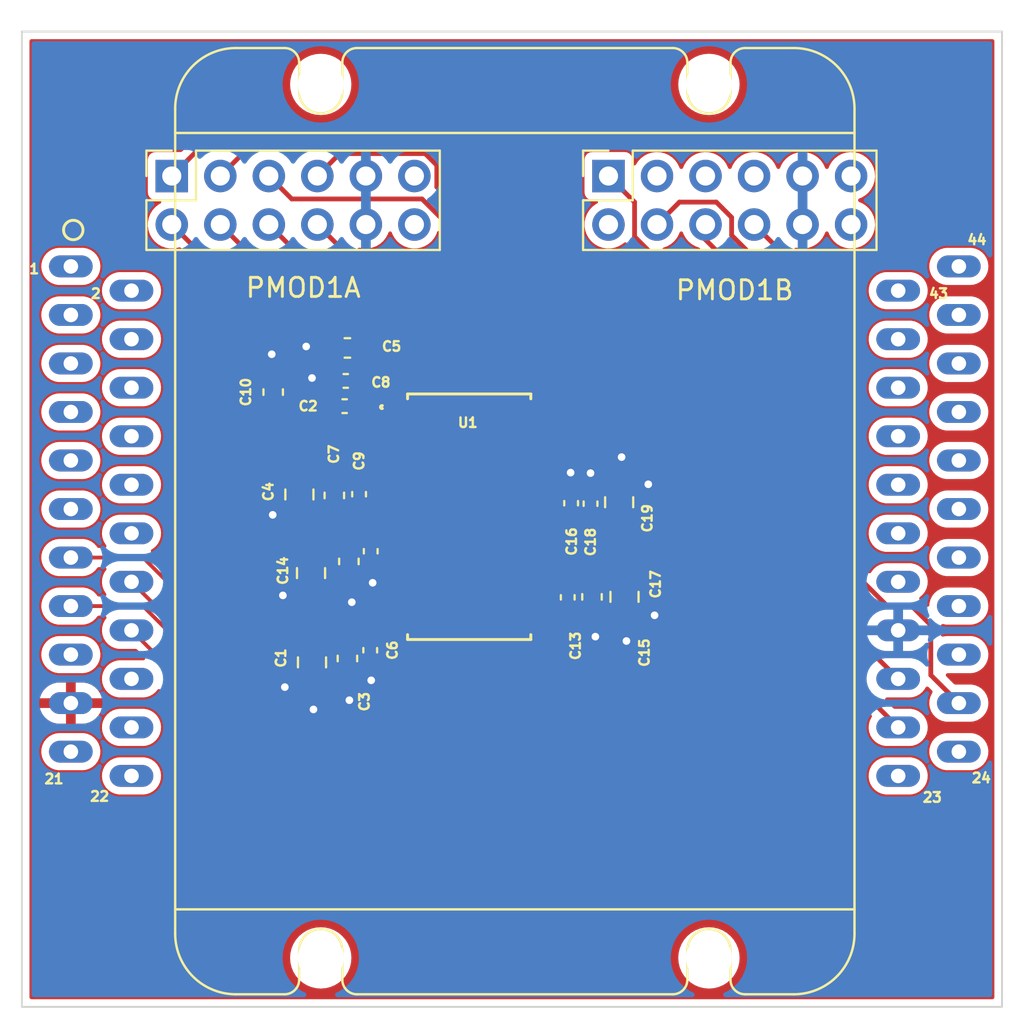
<source format=kicad_pcb>
(kicad_pcb (version 20210424) (generator pcbnew)
  (layers (0 "F.Cu" signal) (31 "B.Cu" signal) (34 "B.Paste" user) (35 "F.Paste" user) (36 "B.SilkS" user "B.Silkscreen") (37 "F.SilkS" user "F.Silkscreen") (38 "B.Mask" user) (39 "F.Mask" user) (44 "Edge.Cuts" user))
  (net 0 "")
  (net 1 "GND")
  (net 15 "+3V3")
  (net 17 "/LVDS2-")
  (net 18 "/LVDS2+")
  (net 19 "/LVDS1-")
  (net 20 "/LVDS1+")
  (net 21 "/LVDS0-")
  (net 22 "/LVDS0+")
  (net 23 "/LVDSCLK-")
  (net 24 "/LVDSCLK+")
  (net 25 "/SDIN")
  (net 26 "/SDCLK")
  (net 27 "/SDOUT")
  (net 28 "/TXIN0")
  (net 29 "/TXIN1")
  (net 30 "/TXIN2")
  (net 31 "/TXIN3")
  (net 32 "/TXIN4")
  (net 33 "/TXIN5")
  (net 34 "/TXIN6")
  (net 35 "/TXIN7")
  (net 36 "/TXCLK")
  (footprint "Capacitor_SMD:C_0402_1005Metric_Pad0.74x0.62mm_HandSolder" (layer "F.Cu") (at 163.068 93.4974 -90)
    (property "Value" "GRM155R71H102KA01J")
    (fp_text reference "C13" (at 2.54 -0.4064 90) (layer "F.SilkS") (effects (font (size 0.5 0.5))))
    (fp_text value "1n")
    (pad "1" smd roundrect locked (at -0.5675 0 270) (size 0.735 0.62) (layers "F.Cu" "F.Paste" "F.Mask") (net 15 "+3V3"))
    (pad "2" smd roundrect locked (at 0.5675 0 270) (size 0.735 0.62) (layers "F.Cu" "F.Paste" "F.Mask") (net 1 "GND"))
  )
  (footprint "Capacitor_SMD:C_0402_1005Metric_Pad0.74x0.62mm_HandSolder" (layer "F.Cu") (at 163.2458 88.5698 90)
    (property "Value" "GRM155R71H102KA01J")
    (fp_text reference "C16" (at -2.0066 0.0254 90) (layer "F.SilkS") (effects (font (size 0.5 0.5))))
    (fp_text value "1n")
    (pad "1" smd roundrect locked (at -0.5675 0 90) (size 0.735 0.62) (layers "F.Cu" "F.Paste" "F.Mask") (net 15 "+3V3"))
    (pad "2" smd roundrect locked (at 0.5675 0 90) (size 0.735 0.62) (layers "F.Cu" "F.Paste" "F.Mask") (net 1 "GND"))
  )
  (footprint "Capacitor_SMD:C_0805_2012Metric_Pad1.18x1.45mm_HandSolder" (layer "F.Cu") (at 149.6822 96.901 -90)
    (property "Value" "C0805C104Z5VACTU")
    (fp_text reference "C1" (at -0.2286 1.6256 90) (layer "F.SilkS") (effects (font (size 0.5 0.5))))
    (fp_text value "100n")
    (pad "1" smd roundrect (at -1.0375 0 270) (size 1.175 1.45) (layers "F.Cu" "F.Paste" "F.Mask") (roundrect_rratio 0.2127659574) (net 15 "+3V3"))
    (pad "2" smd roundrect (at 1.0375 0 270) (size 1.175 1.45) (layers "F.Cu" "F.Paste" "F.Mask") (roundrect_rratio 0.2127659574) (net 1 "GND"))
  )
  (footprint "Capacitor_SMD:C_0805_2012Metric_Pad1.18x1.45mm_HandSolder" (layer "F.Cu") (at 149.6314 92.2274 -90)
    (property "Value" "C0805C104Z5VACTU")
    (fp_text reference "C14" (at -0.127 1.4732 90) (layer "F.SilkS") (effects (font (size 0.5 0.5))))
    (fp_text value "100n")
    (pad "1" smd roundrect locked (at -1.0375 0 270) (size 1.175 1.45) (layers "F.Cu" "F.Paste" "F.Mask") (roundrect_rratio 0.2127659574) (net 15 "+3V3"))
    (pad "2" smd roundrect locked (at 1.0375 0 270) (size 1.175 1.45) (layers "F.Cu" "F.Paste" "F.Mask") (roundrect_rratio 0.2127659574) (net 1 "GND"))
  )
  (footprint "Capacitor_SMD:C_0603_1608Metric_Pad1.08x0.95mm_HandSolder" (layer "F.Cu") (at 151.5353 80.4418 180)
    (property "Value" "C0603C103M5RACTU")
    (fp_text reference "C5" (at -2.3125 0.0762) (layer "F.SilkS") (effects (font (size 0.5 0.5))))
    (fp_text value "10n")
    (pad "1" smd roundrect locked (at -0.8625 0 180) (size 1.075 0.95) (layers "F.Cu" "F.Paste" "F.Mask") (net 15 "+3V3"))
    (pad "2" smd roundrect locked (at 0.8625 0 180) (size 1.075 0.95) (layers "F.Cu" "F.Paste" "F.Mask") (net 1 "GND"))
  )
  (footprint "Capacitor_SMD:C_0805_2012Metric_Pad1.18x1.45mm_HandSolder" (layer "F.Cu") (at 149.0218 88.1126 -90)
    (property "Value" "C0805C104Z5VACTU")
    (fp_text reference "C4" (at -0.1524 1.6256 90) (layer "F.SilkS") (effects (font (size 0.5 0.5))))
    (fp_text value "100n")
    (pad "1" smd roundrect locked (at -1.0375 0 270) (size 1.175 1.45) (layers "F.Cu" "F.Paste" "F.Mask") (roundrect_rratio 0.2127659574) (net 15 "+3V3"))
    (pad "2" smd roundrect locked (at 1.0375 0 270) (size 1.175 1.45) (layers "F.Cu" "F.Paste" "F.Mask") (roundrect_rratio 0.2127659574) (net 1 "GND"))
  )
  (footprint "proj_footprints:PMOD" (layer "F.Cu") (at 171.8056 72.7456 90)
    (fp_text reference "J3" hide)
    (fp_text value "PMOD1B")
    (pad "1" thru_hole rect locked (at 1.302 -6.604 90) (size 1.7 1.7) (drill 1) (layers *.Cu *.Mask) (net 36 "/TXCLK"))
    (pad "2" thru_hole oval locked (at 1.302 -4.064 90) (size 1.7 1.7) (drill 1) (layers *.Cu *.Mask))
    (pad "3" thru_hole oval locked (at 1.302 -1.524 90) (size 1.7 1.7) (drill 1) (layers *.Cu *.Mask))
    (pad "4" thru_hole oval locked (at 1.302 1.016 90) (size 1.7 1.7) (drill 1) (layers *.Cu *.Mask))
    (pad "5" thru_hole oval locked (at 1.302 3.556 90) (size 1.7 1.7) (drill 1) (layers *.Cu *.Mask) (net 1 "GND"))
    (pad "6" thru_hole oval locked (at 1.302 6.096 90) (size 1.7 1.7) (drill 1) (layers *.Cu *.Mask))
    (pad "7" thru_hole oval locked (at -1.238 -6.604 90) (size 1.7 1.7) (drill 1) (layers *.Cu *.Mask))
    (pad "8" thru_hole oval locked (at -1.238 -4.064 90) (size 1.7 1.7) (drill 1) (layers *.Cu *.Mask) (net 27 "/SDOUT"))
    (pad "9" thru_hole oval locked (at -1.238 -1.524 90) (size 1.7 1.7) (drill 1) (layers *.Cu *.Mask) (net 25 "/SDIN"))
    (pad "10" thru_hole oval locked (at -1.238 1.016 90) (size 1.7 1.7) (drill 1) (layers *.Cu *.Mask) (net 26 "/SDCLK"))
    (pad "11" thru_hole oval locked (at -1.238 3.556 90) (size 1.7 1.7) (drill 1) (layers *.Cu *.Mask) (net 1 "GND"))
    (pad "12" thru_hole oval locked (at -1.238 6.096 90) (size 1.7 1.7) (drill 1) (layers *.Cu *.Mask))
  )
  (footprint "Capacitor_SMD:C_0402_1005Metric_Pad0.74x0.62mm_HandSolder" (layer "F.Cu") (at 164.2618 88.5952 90)
    (property "Value" "C0603C103M5RACTU")
    (fp_text reference "C18" (at -2.0066 0 90) (layer "F.SilkS") (effects (font (size 0.5 0.5))))
    (fp_text value "10n")
    (pad "1" smd roundrect locked (at -0.5675 0 90) (size 0.735 0.62) (layers "F.Cu" "F.Paste" "F.Mask") (net 15 "+3V3"))
    (pad "2" smd roundrect locked (at 0.5675 0 90) (size 0.735 0.62) (layers "F.Cu" "F.Paste" "F.Mask") (net 1 "GND"))
  )
  (footprint "proj_footprints:PMOD" (layer "F.Cu") (at 148.9456 72.7456 90)
    (fp_text reference "J2" hide)
    (fp_text value "PMOD1A")
    (pad "1" thru_hole rect locked (at 1.302 -6.604 90) (size 1.7 1.7) (drill 1) (layers *.Cu *.Mask) (net 28 "/TXIN0"))
    (pad "2" thru_hole oval locked (at 1.302 -4.064 90) (size 1.7 1.7) (drill 1) (layers *.Cu *.Mask) (net 29 "/TXIN1"))
    (pad "3" thru_hole oval locked (at 1.302 -1.524 90) (size 1.7 1.7) (drill 1) (layers *.Cu *.Mask) (net 30 "/TXIN2"))
    (pad "4" thru_hole oval locked (at 1.302 1.016 90) (size 1.7 1.7) (drill 1) (layers *.Cu *.Mask) (net 31 "/TXIN3"))
    (pad "5" thru_hole oval locked (at 1.302 3.556 90) (size 1.7 1.7) (drill 1) (layers *.Cu *.Mask) (net 1 "GND"))
    (pad "6" thru_hole oval locked (at 1.302 6.096 90) (size 1.7 1.7) (drill 1) (layers *.Cu *.Mask))
    (pad "7" thru_hole oval locked (at -1.238 -6.604 90) (size 1.7 1.7) (drill 1) (layers *.Cu *.Mask) (net 32 "/TXIN4"))
    (pad "8" thru_hole oval locked (at -1.238 -4.064 90) (size 1.7 1.7) (drill 1) (layers *.Cu *.Mask) (net 33 "/TXIN5"))
    (pad "9" thru_hole oval locked (at -1.238 -1.524 90) (size 1.7 1.7) (drill 1) (layers *.Cu *.Mask) (net 34 "/TXIN6"))
    (pad "10" thru_hole oval locked (at -1.238 1.016 90) (size 1.7 1.7) (drill 1) (layers *.Cu *.Mask) (net 35 "/TXIN7"))
    (pad "11" thru_hole oval locked (at -1.238 3.556 90) (size 1.7 1.7) (drill 1) (layers *.Cu *.Mask) (net 1 "GND"))
    (pad "12" thru_hole oval locked (at -1.238 6.096 90) (size 1.7 1.7) (drill 1) (layers *.Cu *.Mask))
  )
  (footprint "Capacitor_SMD:C_0603_1608Metric_Pad1.08x0.95mm_HandSolder" (layer "F.Cu") (at 164.338 93.472 -90)
    (property "Value" "C0603C103M5RACTU")
    (fp_text reference "C15" (at 2.921 -2.7432 90) (layer "F.SilkS") (effects (font (size 0.5 0.5))))
    (fp_text value "10n")
    (pad "1" smd roundrect locked (at -0.8625 0 270) (size 1.075 0.95) (layers "F.Cu" "F.Paste" "F.Mask") (net 15 "+3V3"))
    (pad "2" smd roundrect locked (at 0.8625 0 270) (size 1.075 0.95) (layers "F.Cu" "F.Paste" "F.Mask") (net 1 "GND"))
  )
  (footprint "Capacitor_SMD:C_0603_1608Metric_Pad1.08x0.95mm_HandSolder" (layer "F.Cu") (at 147.6502 82.7532 90)
    (property "Value" "GRM188R61A106KE69J")
    (fp_text reference "C10" (at 0 -1.43 90) (layer "F.SilkS") (effects (font (size 0.5 0.5))))
    (fp_text value "10u")
    (pad "1" smd roundrect (at -0.8625 0 90) (size 1.075 0.95) (layers "F.Cu" "F.Paste" "F.Mask") (net 15 "+3V3"))
    (pad "2" smd roundrect (at 0.8625 0 90) (size 1.075 0.95) (layers "F.Cu" "F.Paste" "F.Mask") (net 1 "GND"))
  )
  (footprint "Capacitor_SMD:C_0603_1608Metric_Pad1.08x0.95mm_HandSolder" (layer "F.Cu") (at 151.5364 96.6978 -90)
    (property "Value" "C0603C103M5RACTU")
    (fp_text reference "C3" (at 2.2606 -0.889 90) (layer "F.SilkS") (effects (font (size 0.5 0.5))))
    (fp_text value "10n")
    (pad "1" smd roundrect locked (at -0.8625 0 270) (size 1.075 0.95) (layers "F.Cu" "F.Paste" "F.Mask") (net 15 "+3V3"))
    (pad "2" smd roundrect locked (at 0.8625 0 270) (size 1.075 0.95) (layers "F.Cu" "F.Paste" "F.Mask") (net 1 "GND"))
  )
  (footprint "Capacitor_SMD:C_0603_1608Metric_Pad1.08x0.95mm_HandSolder" (layer "F.Cu") (at 150.8506 88.1634 -90)
    (property "Value" "C0603C103M5RACTU")
    (fp_text reference "C7" (at -2.159 0.0254 90) (layer "F.SilkS") (effects (font (size 0.5 0.5))))
    (fp_text value "10n")
    (pad "1" smd roundrect locked (at -0.8625 0 270) (size 1.075 0.95) (layers "F.Cu" "F.Paste" "F.Mask") (net 15 "+3V3"))
    (pad "2" smd roundrect locked (at 0.8625 0 270) (size 1.075 0.95) (layers "F.Cu" "F.Paste" "F.Mask") (net 1 "GND"))
  )
  (footprint "proj_footprints:pirt_test_conn" (layer "F.Cu") (at 160.2994 89.5096)
    (fp_text reference "J1" hide)
    (fp_text value "pirt_test_conn" hide)
    (fp_text user "1" (at -25.483818 -12.9032) (layer "F.SilkS") (effects (font (size 0.508 0.508) (thickness 0.127)) (justify left bottom)))
    (fp_text user "2" (at -22.258018 -11.612881) (layer "F.SilkS") (effects (font (size 0.508 0.508) (thickness 0.127)) (justify left bottom)))
    (fp_text user "44" (at 23.622 -14.4272) (layer "F.SilkS") (effects (font (size 0.508 0.508) (thickness 0.127)) (justify left bottom)))
    (fp_text user "21" (at -24.6888 13.7922) (layer "F.SilkS") (effects (font (size 0.508 0.508) (thickness 0.127)) (justify left bottom)))
    (fp_text user "22" (at -22.3012 14.7066) (layer "F.SilkS") (effects (font (size 0.508 0.508) (thickness 0.127)) (justify left bottom)))
    (fp_text user "43" (at 21.612859 -11.612881) (layer "F.SilkS") (effects (font (size 0.508 0.508) (thickness 0.127)) (justify left bottom)))
    (fp_text user "24" (at 23.8506 13.7414) (layer "F.SilkS") (effects (font (size 0.508 0.508) (thickness 0.127)) (justify left bottom)))
    (fp_text user "23" (at 21.2852 14.7574) (layer "F.SilkS") (effects (font (size 0.508 0.508) (thickness 0.127)) (justify left bottom)))
    (pad "" np_thru_hole circle (at 10.16 -22.86) (size 2.4 2.4) (drill 2.4) (layers *.Cu *.Mask))
    (pad "" np_thru_hole circle (at -10.16 -22.86) (size 2.4 2.4) (drill 2.4) (layers *.Cu *.Mask))
    (pad "" np_thru_hole circle (at -10.16 22.86) (size 2.4 2.4) (drill 2.4) (layers *.Cu *.Mask))
    (pad "" np_thru_hole circle (at 10.16 22.86) (size 2.4 2.4) (drill 2.4) (layers *.Cu *.Mask))
    (pad "1" thru_hole oval (at -23.241 -13.335) (size 2.286 1.143) (drill 0.762) (layers *.Cu *.Mask))
    (pad "2" thru_hole oval (at -20.066 -12.065) (size 2.286 1.143) (drill 0.762) (layers *.Cu *.Mask))
    (pad "3" thru_hole oval (at -23.241 -10.795) (size 2.286 1.143) (drill 0.762) (layers *.Cu *.Mask))
    (pad "4" thru_hole oval (at -20.066 -9.525) (size 2.286 1.143) (drill 0.762) (layers *.Cu *.Mask))
    (pad "5" thru_hole oval (at -23.241 -8.255) (size 2.286 1.143) (drill 0.762) (layers *.Cu *.Mask))
    (pad "6" thru_hole oval (at -20.066 -6.985) (size 2.286 1.143) (drill 0.762) (layers *.Cu *.Mask))
    (pad "7" thru_hole oval (at -23.241 -5.715) (size 2.286 1.143) (drill 0.762) (layers *.Cu *.Mask))
    (pad "8" thru_hole oval (at -20.066 -4.445) (size 2.286 1.143) (drill 0.762) (layers *.Cu *.Mask))
    (pad "9" thru_hole oval (at -23.241 -3.175) (size 2.286 1.143) (drill 0.762) (layers *.Cu *.Mask))
    (pad "10" thru_hole oval (at -20.066 -1.905) (size 2.286 1.143) (drill 0.762) (layers *.Cu *.Mask))
    (pad "11" thru_hole oval (at -23.241 -0.635) (size 2.286 1.143) (drill 0.762) (layers *.Cu *.Mask))
    (pad "12" thru_hole oval (at -20.066 0.635) (size 2.286 1.143) (drill 0.762) (layers *.Cu *.Mask))
    (pad "13" thru_hole oval (at -23.241 1.905) (size 2.286 1.143) (drill 0.762) (layers *.Cu *.Mask) (net 21 "/LVDS0-"))
    (pad "14" thru_hole oval (at -20.066 3.175) (size 2.286 1.143) (drill 0.762) (layers *.Cu *.Mask) (net 22 "/LVDS0+"))
    (pad "15" thru_hole oval (at -23.241 4.445) (size 2.286 1.143) (drill 0.762) (layers *.Cu *.Mask) (net 23 "/LVDSCLK-"))
    (pad "16" thru_hole oval (at -20.066 5.715) (size 2.286 1.143) (drill 0.762) (layers *.Cu *.Mask) (net 24 "/LVDSCLK+"))
    (pad "17" thru_hole oval (at -23.241 6.985) (size 2.286 1.143) (drill 0.762) (layers *.Cu *.Mask))
    (pad "18" thru_hole oval (at -20.066 8.255) (size 2.286 1.143) (drill 0.762) (layers *.Cu *.Mask))
    (pad "19" thru_hole oval (at -23.241 9.525) (size 2.286 1.143) (drill 0.762) (layers *.Cu *.Mask) (net 15 "+3V3"))
    (pad "20" thru_hole oval (at -20.066 10.795) (size 2.286 1.143) (drill 0.762) (layers *.Cu *.Mask))
    (pad "21" thru_hole oval (at -23.241 12.065) (size 2.286 1.143) (drill 0.762) (layers *.Cu *.Mask))
    (pad "22" thru_hole oval (at -20.066 13.335) (size 2.286 1.143) (drill 0.762) (layers *.Cu *.Mask))
    (pad "23" thru_hole oval (at 20.066 13.335) (size 2.286 1.143) (drill 0.762) (layers *.Cu *.Mask))
    (pad "24" thru_hole oval (at 23.241 12.065) (size 2.286 1.143) (drill 0.762) (layers *.Cu *.Mask))
    (pad "25" thru_hole oval (at 20.066 10.795) (size 2.286 1.143) (drill 0.762) (layers *.Cu *.Mask) (net 25 "/SDIN"))
    (pad "26" thru_hole oval (at 23.241 9.525) (size 2.286 1.143) (drill 0.762) (layers *.Cu *.Mask) (net 26 "/SDCLK"))
    (pad "27" thru_hole oval (at 20.066 8.255) (size 2.286 1.143) (drill 0.762) (layers *.Cu *.Mask) (net 27 "/SDOUT"))
    (pad "28" thru_hole oval (at 23.241 6.985) (size 2.286 1.143) (drill 0.762) (layers *.Cu *.Mask))
    (pad "29" thru_hole oval (at 20.066 5.715) (size 2.286 1.143) (drill 0.762) (layers *.Cu *.Mask) (net 1 "GND"))
    (pad "30" thru_hole oval (at 23.241 4.445) (size 2.286 1.143) (drill 0.762) (layers *.Cu *.Mask))
    (pad "31" thru_hole oval (at 20.066 3.175) (size 2.286 1.143) (drill 0.762) (layers *.Cu *.Mask))
    (pad "32" thru_hole oval (at 23.241 1.905) (size 2.286 1.143) (drill 0.762) (layers *.Cu *.Mask))
    (pad "33" thru_hole oval (at 20.066 0.635) (size 2.286 1.143) (drill 0.762) (layers *.Cu *.Mask))
    (pad "34" thru_hole oval (at 23.241 -0.635) (size 2.286 1.143) (drill 0.762) (layers *.Cu *.Mask))
    (pad "35" thru_hole oval (at 20.066 -1.905) (size 2.286 1.143) (drill 0.762) (layers *.Cu *.Mask))
    (pad "36" thru_hole oval (at 23.241 -3.175) (size 2.286 1.143) (drill 0.762) (layers *.Cu *.Mask))
    (pad "37" thru_hole oval (at 20.066 -4.445) (size 2.286 1.143) (drill 0.762) (layers *.Cu *.Mask))
    (pad "38" thru_hole oval (at 23.241 -5.715) (size 2.286 1.143) (drill 0.762) (layers *.Cu *.Mask))
    (pad "39" thru_hole oval (at 20.066 -6.985) (size 2.286 1.143) (drill 0.762) (layers *.Cu *.Mask))
    (pad "40" thru_hole oval (at 23.241 -8.255) (size 2.286 1.143) (drill 0.762) (layers *.Cu *.Mask))
    (pad "41" thru_hole oval (at 20.066 -9.525) (size 2.286 1.143) (drill 0.762) (layers *.Cu *.Mask))
    (pad "42" thru_hole oval (at 23.241 -10.795) (size 2.286 1.143) (drill 0.762) (layers *.Cu *.Mask))
    (pad "43" thru_hole oval (at 20.066 -12.065) (size 2.286 1.143) (drill 0.762) (layers *.Cu *.Mask))
    (pad "44" thru_hole oval (at 23.241 -13.335) (size 2.286 1.143) (drill 0.762) (layers *.Cu *.Mask))
    (zone (net 0) (net_name "") (layer "B.Cu") (connect_pads (clearance 0)) (min_thickness 0.254)
      (keepout (tracks not_allowed) (vias not_allowed) (pads not_allowed) (copperpour not_allowed) (footprints allowed))
      (fill (thermal_gap 0.508) (thermal_bridge_width 0.508))
      (polygon (pts (xy 172.4594 112.3696) (xy 172.429016 112.022304) (xy 172.338785 111.68556) (xy 172.191451 111.3696) (xy 171.991489 111.084025) (xy 171.744975 110.837511) (xy 171.4594 110.637549) (xy 171.14344 110.490215) (xy 170.806696 110.399984) (xy 170.4594 110.3696) (xy 170.112104 110.399984) (xy 169.77536 110.490215) (xy 169.4594 110.637549) (xy 169.173825 110.837511) (xy 168.927311 111.084025) (xy 168.727349 111.3696) (xy 168.580015 111.68556) (xy 168.489784 112.022304) (xy 168.4594 112.3696) (xy 168.489784 112.716896) (xy 168.580015 113.05364) (xy 168.727349 113.3696) (xy 168.927311 113.655175) (xy 169.173825 113.901689) (xy 169.4594 114.101651) (xy 169.77536 114.248985) (xy 170.112104 114.339216) (xy 170.4594 114.3696) (xy 170.806696 114.339216) (xy 171.14344 114.248985) (xy 171.4594 114.101651) (xy 171.744975 113.901689) (xy 171.991489 113.655175) (xy 172.191451 113.3696) (xy 172.338785 113.05364) (xy 172.429016 112.716896)))
    )
    (zone (net 0) (net_name "") (layer "B.Cu") (connect_pads (clearance 0)) (min_thickness 0.254)
      (keepout (tracks not_allowed) (vias not_allowed) (pads not_allowed) (copperpour not_allowed) (footprints allowed))
      (fill (thermal_gap 0.508) (thermal_bridge_width 0.508))
      (polygon (pts (xy 152.1394 112.3696) (xy 152.109016 112.022304) (xy 152.018785 111.68556) (xy 151.871451 111.3696) (xy 151.671489 111.084025) (xy 151.424975 110.837511) (xy 151.1394 110.637549) (xy 150.82344 110.490215) (xy 150.486696 110.399984) (xy 150.1394 110.3696) (xy 149.792104 110.399984) (xy 149.45536 110.490215) (xy 149.1394 110.637549) (xy 148.853825 110.837511) (xy 148.607311 111.084025) (xy 148.407349 111.3696) (xy 148.260015 111.68556) (xy 148.169784 112.022304) (xy 148.1394 112.3696) (xy 148.169784 112.716896) (xy 148.260015 113.05364) (xy 148.407349 113.3696) (xy 148.607311 113.655175) (xy 148.853825 113.901689) (xy 149.1394 114.101651) (xy 149.45536 114.248985) (xy 149.792104 114.339216) (xy 150.1394 114.3696) (xy 150.486696 114.339216) (xy 150.82344 114.248985) (xy 151.1394 114.101651) (xy 151.424975 113.901689) (xy 151.671489 113.655175) (xy 151.871451 113.3696) (xy 152.018785 113.05364) (xy 152.109016 112.716896)))
    )
    (zone (net 0) (net_name "") (layer "B.Cu") (connect_pads (clearance 0)) (min_thickness 0.254)
      (keepout (tracks not_allowed) (vias not_allowed) (pads not_allowed) (copperpour not_allowed) (footprints allowed))
      (fill (thermal_gap 0.508) (thermal_bridge_width 0.508))
      (polygon (pts (xy 172.4594 66.6496) (xy 172.429016 66.302304) (xy 172.338785 65.96556) (xy 172.191451 65.6496) (xy 171.991489 65.364025) (xy 171.744975 65.117511) (xy 171.4594 64.917549) (xy 171.14344 64.770215) (xy 170.806696 64.679984) (xy 170.4594 64.6496) (xy 170.112104 64.679984) (xy 169.77536 64.770215) (xy 169.4594 64.917549) (xy 169.173825 65.117511) (xy 168.927311 65.364025) (xy 168.727349 65.6496) (xy 168.580015 65.96556) (xy 168.489784 66.302304) (xy 168.4594 66.6496) (xy 168.489784 66.996896) (xy 168.580015 67.33364) (xy 168.727349 67.6496) (xy 168.927311 67.935175) (xy 169.173825 68.181689) (xy 169.4594 68.381651) (xy 169.77536 68.528985) (xy 170.112104 68.619216) (xy 170.4594 68.6496) (xy 170.806696 68.619216) (xy 171.14344 68.528985) (xy 171.4594 68.381651) (xy 171.744975 68.181689) (xy 171.991489 67.935175) (xy 172.191451 67.6496) (xy 172.338785 67.33364) (xy 172.429016 66.996896)))
    )
    (zone (net 0) (net_name "") (layer "B.Cu") (connect_pads (clearance 0)) (min_thickness 0.254)
      (keepout (tracks not_allowed) (vias not_allowed) (pads not_allowed) (copperpour not_allowed) (footprints allowed))
      (fill (thermal_gap 0.508) (thermal_bridge_width 0.508))
      (polygon (pts (xy 152.1394 66.6496) (xy 152.109016 66.302304) (xy 152.018785 65.96556) (xy 151.871451 65.6496) (xy 151.671489 65.364025) (xy 151.424975 65.117511) (xy 151.1394 64.917549) (xy 150.82344 64.770215) (xy 150.486696 64.679984) (xy 150.1394 64.6496) (xy 149.792104 64.679984) (xy 149.45536 64.770215) (xy 149.1394 64.917549) (xy 148.853825 65.117511) (xy 148.607311 65.364025) (xy 148.407349 65.6496) (xy 148.260015 65.96556) (xy 148.169784 66.302304) (xy 148.1394 66.6496) (xy 148.169784 66.996896) (xy 148.260015 67.33364) (xy 148.407349 67.6496) (xy 148.607311 67.935175) (xy 148.853825 68.181689) (xy 149.1394 68.381651) (xy 149.45536 68.528985) (xy 149.792104 68.619216) (xy 150.1394 68.6496) (xy 150.486696 68.619216) (xy 150.82344 68.528985) (xy 151.1394 68.381651) (xy 151.424975 68.181689) (xy 151.671489 67.935175) (xy 151.871451 67.6496) (xy 152.018785 67.33364) (xy 152.109016 66.996896)))
    )
  )
  (footprint "Capacitor_SMD:C_0402_1005Metric_Pad0.74x0.62mm_HandSolder" (layer "F.Cu") (at 151.3912 83.4898 180)
    (property "Value" "C0805C104Z5VACTU")
    (fp_text reference "C2" (at 1.9122 0) (layer "F.SilkS") (effects (font (size 0.5 0.5))))
    (fp_text value "100n")
    (pad "1" smd roundrect (at -0.5675 0 180) (size 0.735 0.62) (layers "F.Cu" "F.Paste" "F.Mask") (net 15 "+3V3"))
    (pad "2" smd roundrect (at 0.5675 0 180) (size 0.735 0.62) (layers "F.Cu" "F.Paste" "F.Mask") (net 1 "GND"))
  )
  (footprint "proj_footprints:MTD48" (layer "F.Cu") (at 157.859313 89.456328)
    (fp_text reference "U1" (at -0.023713 -5.102928 unlocked) (layer "F.SilkS") (effects (font (size 0.5 0.5))))
    (fp_text value "DS90CR217MTD_NOPBMTD48_TEX-L")
    (pad "1" smd rect (at -3.5687 -5.9278) (size 1.1684 0.1778) (layers "F.Cu" "F.Paste" "F.Mask") (net 32 "/TXIN4"))
    (pad "2" smd rect (at -3.5687 -5.4278) (size 1.1684 0.1778) (layers "F.Cu" "F.Paste" "F.Mask") (net 15 "+3V3"))
    (pad "3" smd rect (at -3.5687 -4.9278) (size 1.1684 0.1778) (layers "F.Cu" "F.Paste" "F.Mask") (net 33 "/TXIN5"))
    (pad "4" smd rect (at -3.5687 -4.4278) (size 1.1684 0.1778) (layers "F.Cu" "F.Paste" "F.Mask") (net 34 "/TXIN6"))
    (pad "5" smd rect (at -3.5687 -3.9278) (size 1.1684 0.1778) (layers "F.Cu" "F.Paste" "F.Mask"))
    (pad "6" smd rect (at -3.5687 -3.4278) (size 1.1684 0.1778) (layers "F.Cu" "F.Paste" "F.Mask") (net 35 "/TXIN7"))
    (pad "7" smd rect (at -3.5687 -2.9278) (size 1.1684 0.1778) (layers "F.Cu" "F.Paste" "F.Mask"))
    (pad "8" smd rect (at -3.5687 -2.4278) (size 1.1684 0.1778) (layers "F.Cu" "F.Paste" "F.Mask") (net 15 "+3V3"))
    (pad "9" smd rect (at -3.5687 -1.9278) (size 1.1684 0.1778) (layers "F.Cu" "F.Paste" "F.Mask"))
    (pad "10" smd rect (at -3.5687 -1.4278) (size 1.1684 0.1778) (layers "F.Cu" "F.Paste" "F.Mask"))
    (pad "11" smd rect (at -3.5687 -0.9278) (size 1.1684 0.1778) (layers "F.Cu" "F.Paste" "F.Mask") (net 1 "GND"))
    (pad "12" smd rect (at -3.5687 -0.4278) (size 1.1684 0.1778) (layers "F.Cu" "F.Paste" "F.Mask"))
    (pad "13" smd rect (at -3.5687 0.0722) (size 1.1684 0.1778) (layers "F.Cu" "F.Paste" "F.Mask"))
    (pad "14" smd rect (at -3.5687 0.5722) (size 1.1684 0.1778) (layers "F.Cu" "F.Paste" "F.Mask") (net 15 "+3V3"))
    (pad "15" smd rect (at -3.5687 1.0722) (size 1.1684 0.1778) (layers "F.Cu" "F.Paste" "F.Mask"))
    (pad "16" smd rect (at -3.5687 1.5722) (size 1.1684 0.1778) (layers "F.Cu" "F.Paste" "F.Mask"))
    (pad "17" smd rect (at -3.5687 2.0722) (size 1.1684 0.1778) (layers "F.Cu" "F.Paste" "F.Mask"))
    (pad "18" smd rect (at -3.5687 2.5722) (size 1.1684 0.1778) (layers "F.Cu" "F.Paste" "F.Mask"))
    (pad "19" smd rect (at -3.5687 3.0722) (size 1.1684 0.1778) (layers "F.Cu" "F.Paste" "F.Mask"))
    (pad "20" smd rect (at -3.5687 3.5722) (size 1.1684 0.1778) (layers "F.Cu" "F.Paste" "F.Mask"))
    (pad "21" smd rect (at -3.5687 4.0722) (size 1.1684 0.1778) (layers "F.Cu" "F.Paste" "F.Mask") (net 15 "+3V3"))
    (pad "22" smd rect (at -3.5687 4.5722) (size 1.1684 0.1778) (layers "F.Cu" "F.Paste" "F.Mask"))
    (pad "23" smd rect (at -3.5687 5.0722) (size 1.1684 0.1778) (layers "F.Cu" "F.Paste" "F.Mask"))
    (pad "24" smd rect (at -3.5687 5.5722) (size 1.1684 0.1778) (layers "F.Cu" "F.Paste" "F.Mask"))
    (pad "25" smd rect (at 3.6703 5.5722 180) (size 1.1684 0.1778) (layers "F.Cu" "F.Paste" "F.Mask"))
    (pad "26" smd rect (at 3.6703 5.0722 180) (size 1.1684 0.1778) (layers "F.Cu" "F.Paste" "F.Mask") (net 36 "/TXCLK"))
    (pad "27" smd rect (at 3.6703 4.5722 180) (size 1.1684 0.1778) (layers "F.Cu" "F.Paste" "F.Mask"))
    (pad "28" smd rect (at 3.6703 4.0722 180) (size 1.1684 0.1778) (layers "F.Cu" "F.Paste" "F.Mask"))
    (pad "29" smd rect (at 3.6703 3.5722 180) (size 1.1684 0.1778) (layers "F.Cu" "F.Paste" "F.Mask"))
    (pad "30" smd rect (at 3.6703 3.0722 180) (size 1.1684 0.1778) (layers "F.Cu" "F.Paste" "F.Mask") (net 15 "+3V3"))
    (pad "31" smd rect (at 3.6703 2.5722 180) (size 1.1684 0.1778) (layers "F.Cu" "F.Paste" "F.Mask"))
    (pad "32" smd rect (at 3.6703 2.0722 180) (size 1.1684 0.1778) (layers "F.Cu" "F.Paste" "F.Mask") (net 24 "/LVDSCLK+"))
    (pad "33" smd rect (at 3.6703 1.5722 180) (size 1.1684 0.1778) (layers "F.Cu" "F.Paste" "F.Mask") (net 23 "/LVDSCLK-"))
    (pad "34" smd rect (at 3.6703 1.0722 180) (size 1.1684 0.1778) (layers "F.Cu" "F.Paste" "F.Mask") (net 18 "/LVDS2+"))
    (pad "35" smd rect (at 3.6703 0.5722 180) (size 1.1684 0.1778) (layers "F.Cu" "F.Paste" "F.Mask") (net 17 "/LVDS2-"))
    (pad "36" smd rect (at 3.6703 0.0722 180) (size 1.1684 0.1778) (layers "F.Cu" "F.Paste" "F.Mask"))
    (pad "37" smd rect (at 3.6703 -0.4278 180) (size 1.1684 0.1778) (layers "F.Cu" "F.Paste" "F.Mask") (net 15 "+3V3"))
    (pad "38" smd rect (at 3.6703 -0.9278 180) (size 1.1684 0.1778) (layers "F.Cu" "F.Paste" "F.Mask") (net 20 "/LVDS1+"))
    (pad "39" smd rect (at 3.6703 -1.4278 180) (size 1.1684 0.1778) (layers "F.Cu" "F.Paste" "F.Mask") (net 19 "/LVDS1-"))
    (pad "40" smd rect (at 3.6703 -1.9278 180) (size 1.1684 0.1778) (layers "F.Cu" "F.Paste" "F.Mask") (net 22 "/LVDS0+"))
    (pad "41" smd rect (at 3.6703 -2.4278 180) (size 1.1684 0.1778) (layers "F.Cu" "F.Paste" "F.Mask") (net 21 "/LVDS0-"))
    (pad "42" smd rect (at 3.6703 -2.9278 180) (size 1.1684 0.1778) (layers "F.Cu" "F.Paste" "F.Mask"))
    (pad "43" smd rect (at 3.6703 -3.4278 180) (size 1.1684 0.1778) (layers "F.Cu" "F.Paste" "F.Mask"))
    (pad "44" smd rect (at 3.6703 -3.9278 180) (size 1.1684 0.1778) (layers "F.Cu" "F.Paste" "F.Mask") (net 28 "/TXIN0"))
    (pad "45" smd rect (at 3.6703 -4.4278 180) (size 1.1684 0.1778) (layers "F.Cu" "F.Paste" "F.Mask") (net 29 "/TXIN1"))
    (pad "46" smd rect (at 3.6703 -4.9278 180) (size 1.1684 0.1778) (layers "F.Cu" "F.Paste" "F.Mask"))
    (pad "47" smd rect (at 3.6703 -5.4278 180) (size 1.1684 0.1778) (layers "F.Cu" "F.Paste" "F.Mask") (net 30 "/TXIN2"))
    (pad "48" smd rect (at 3.6703 -5.9278 180) (size 1.1684 0.1778) (layers "F.Cu" "F.Paste" "F.Mask") (net 31 "/TXIN3"))
  )
  (footprint "Capacitor_SMD:C_0805_2012Metric_Pad1.18x1.45mm_HandSolder" (layer "F.Cu") (at 166.0398 93.472 -90)
    (property "Value" "C0805C104Z5VACTU")
    (fp_text reference "C17" (at -0.6604 -1.6256 90) (layer "F.SilkS") (effects (font (size 0.5 0.5))))
    (fp_text value "100n")
    (pad "1" smd roundrect (at -1.0375 0 270) (size 1.175 1.45) (layers "F.Cu" "F.Paste" "F.Mask") (roundrect_rratio 0.2127659574) (net 15 "+3V3"))
    (pad "2" smd roundrect (at 1.0375 0 270) (size 1.175 1.45) (layers "F.Cu" "F.Paste" "F.Mask") (roundrect_rratio 0.2127659574) (net 1 "GND"))
  )
  (footprint "Capacitor_SMD:C_0402_1005Metric_Pad0.74x0.62mm_HandSolder" (layer "F.Cu") (at 151.449 82.169 180)
    (property "Value" "GRM155R71H102KA01J")
    (fp_text reference "C8" (at -1.84 -0.0762) (layer "F.SilkS") (effects (font (size 0.5 0.5))))
    (fp_text value "1n")
    (pad "1" smd roundrect (at -0.5675 0 180) (size 0.735 0.62) (layers "F.Cu" "F.Paste" "F.Mask") (net 15 "+3V3"))
    (pad "2" smd roundrect (at 0.5675 0 180) (size 0.735 0.62) (layers "F.Cu" "F.Paste" "F.Mask") (net 1 "GND"))
  )
  (footprint "Capacitor_SMD:C_0402_1005Metric_Pad0.74x0.62mm_HandSolder" (layer "F.Cu") (at 152.7556 91.0844 -90)
    (property "Value" "GRM155R71H102KA01J")
    (fp_text reference "C11" hide)
    (fp_text value "1n")
    (pad "1" smd roundrect (at -0.5675 0 270) (size 0.735 0.62) (layers "F.Cu" "F.Paste" "F.Mask") (net 15 "+3V3"))
    (pad "2" smd roundrect (at 0.5675 0 270) (size 0.735 0.62) (layers "F.Cu" "F.Paste" "F.Mask") (net 1 "GND"))
  )
  (footprint "Capacitor_SMD:C_0402_1005Metric_Pad0.74x0.62mm_HandSolder" (layer "F.Cu") (at 152.146 88.0984 -90)
    (property "Value" "GRM155R71H102KA01J")
    (fp_text reference "C9" (at -1.7384 0 90) (layer "F.SilkS") (effects (font (size 0.5 0.5))))
    (fp_text value "1n")
    (pad "1" smd roundrect (at -0.5675 0 270) (size 0.735 0.62) (layers "F.Cu" "F.Paste" "F.Mask") (net 15 "+3V3"))
    (pad "2" smd roundrect (at 0.5675 0 270) (size 0.735 0.62) (layers "F.Cu" "F.Paste" "F.Mask") (net 1 "GND"))
  )
  (footprint "Capacitor_SMD:C_0402_1005Metric_Pad0.74x0.62mm_HandSolder" (layer "F.Cu") (at 152.7302 96.266 -90)
    (property "Value" "GRM155R71H102KA01J")
    (fp_text reference "C6" (at 0 -1.16 90) (layer "F.SilkS") (effects (font (size 0.5 0.5))))
    (fp_text value "1n")
    (pad "1" smd roundrect locked (at -0.5675 0 270) (size 0.735 0.62) (layers "F.Cu" "F.Paste" "F.Mask") (net 15 "+3V3"))
    (pad "2" smd roundrect locked (at 0.5675 0 270) (size 0.735 0.62) (layers "F.Cu" "F.Paste" "F.Mask") (net 1 "GND"))
  )
  (footprint "Capacitor_SMD:C_0603_1608Metric_Pad1.08x0.95mm_HandSolder" (layer "F.Cu") (at 151.6126 91.6178 -90)
    (property "Value" "C0603C103M5RACTU")
    (fp_text reference "C12" hide)
    (fp_text value "10n")
    (pad "1" smd roundrect (at -0.8625 0 270) (size 1.075 0.95) (layers "F.Cu" "F.Paste" "F.Mask") (net 15 "+3V3"))
    (pad "2" smd roundrect (at 0.8625 0 270) (size 1.075 0.95) (layers "F.Cu" "F.Paste" "F.Mask") (net 1 "GND"))
  )
  (footprint "Capacitor_SMD:C_0805_2012Metric_Pad1.18x1.45mm_HandSolder" (layer "F.Cu") (at 165.7604 88.519 90)
    (property "Value" "C0805C104Z5VACTU")
    (fp_text reference "C19" (at -0.8382 1.4732 90) (layer "F.SilkS") (effects (font (size 0.5 0.5))))
    (fp_text value "100n")
    (pad "1" smd roundrect locked (at -1.0375 0 90) (size 1.175 1.45) (layers "F.Cu" "F.Paste" "F.Mask") (roundrect_rratio 0.2127659574) (net 15 "+3V3"))
    (pad "2" smd roundrect locked (at 1.0375 0 90) (size 1.175 1.45) (layers "F.Cu" "F.Paste" "F.Mask") (roundrect_rratio 0.2127659574) (net 1 "GND"))
  )
  (gr_rect (start 134.493 63.881) (end 185.801 114.935) (layer "Edge.Cuts") (width 0.1) (fill none))
  (gr_text "PMOD1B" (at 171.8056 77.4192) (layer "F.SilkS") (effects (font (size 1 1))))
  (gr_text "PMOD1A" (at 149.225 77.2922) (layer "F.SilkS") (effects (font (size 1 1))))
  (segment (start 152.781 97.8408) (end 152.781 96.8843) (width 0.25) (layer "F.Cu") (net 1))
  (segment (start 151.786 89.0259) (end 152.146 88.6659) (width 0.25) (layer "F.Cu") (net 1))
  (segment (start 152.146 88.6659) (end 152.283372 88.528528) (width 0.25) (layer "F.Cu") (net 1))
  (segment (start 149.6822 82.0166) (end 150.7291 82.0166) (width 0.25) (layer "F.Cu") (net 1))
  (segment (start 150.7291 82.0166) (end 150.8815 82.169) (width 0.25) (layer "F.Cu") (net 1))
  (segment (start 163.2458 86.995) (end 163.2204 86.9696) (width 0.25) (layer "F.Cu") (net 1))
  (segment (start 164.5158 94.5123) (end 164.338 94.3345) (width 0.25) (layer "F.Cu") (net 1))
  (segment (start 149.4243 98.1964) (end 149.6822 97.9385) (width 0.25) (layer "F.Cu") (net 1))
  (segment (start 152.7556 91.6519) (end 152.441 91.6519) (width 0.25) (layer "F.Cu") (net 1))
  (segment (start 148.2598 98.1964) (end 149.4243 98.1964) (width 0.25) (layer "F.Cu") (net 1))
  (segment (start 152.8572 91.7535) (end 152.7556 91.6519) (width 0.25) (layer "F.Cu") (net 1))
  (segment (start 151.8169 97.8408) (end 151.5364 97.5603) (width 0.25) (layer "F.Cu") (net 1))
  (segment (start 167.5423 94.5095) (end 167.6146 94.4372) (width 0.25) (layer "F.Cu") (net 1))
  (segment (start 149.0218 89.1501) (end 150.7264 89.1501) (width 0.25) (layer "F.Cu") (net 1))
  (segment (start 165.8648 94.3345) (end 166.0398 94.5095) (width 0.25) (layer "F.Cu") (net 1))
  (segment (start 151.6126 92.4803) (end 150.416 92.4803) (width 0.25) (layer "F.Cu") (net 1))
  (segment (start 150.8237 82.2268) (end 150.8815 82.169) (width 0.25) (layer "F.Cu") (net 1))
  (segment (start 151.5364 97.5603) (end 150.0604 97.5603) (width 0.25) (layer "F.Cu") (net 1))
  (segment (start 163.2458 88.0023) (end 163.2458 86.995) (width 0.25) (layer "F.Cu") (net 1))
  (segment (start 166.0398 94.5095) (end 167.5423 94.5095) (width 0.25) (layer "F.Cu") (net 1))
  (segment (start 164.0684 94.0649) (end 164.338 94.3345) (width 0.25) (layer "F.Cu") (net 1))
  (segment (start 152.441 91.6519) (end 151.6126 92.4803) (width 0.25) (layer "F.Cu") (net 1))
  (segment (start 164.338 94.3345) (end 165.8648 94.3345) (width 0.25) (layer "F.Cu") (net 1))
  (segment (start 151.638 97.6619) (end 151.5364 97.5603) (width 0.25) (layer "F.Cu") (net 1))
  (segment (start 166.1414 95.7834) (end 166.1414 94.6111) (width 0.25) (layer "F.Cu") (net 1))
  (segment (start 149.7584 99.3648) (end 149.7584 98.0147) (width 0.25) (layer "F.Cu") (net 1))
  (segment (start 152.283372 88.528528) (end 154.290613 88.528528) (width 0.25) (layer "F.Cu") (net 1))
  (segment (start 167.2844 87.5792) (end 165.8581 87.5792) (width 0.25) (layer "F.Cu") (net 1))
  (segment (start 164.5158 95.5548) (end 164.5158 94.5123) (width 0.25) (layer "F.Cu") (net 1))
  (segment (start 150.8815 80.6505) (end 150.6728 80.4418) (width 0.25) (layer "F.Cu") (net 1))
  (segment (start 147.574 80.772) (end 147.574 81.8145) (width 0.25) (layer "F.Cu") (net 1))
  (segment (start 151.638 98.8822) (end 151.638 97.6619) (width 0.25) (layer "F.Cu") (net 1))
  (segment (start 166.1414 94.6111) (end 166.0398 94.5095) (width 0.25) (layer "F.Cu") (net 1))
  (segment (start 150.8815 82.169) (end 150.8815 80.6505) (width 0.25) (layer "F.Cu") (net 1))
  (segment (start 149.45242 80.4418) (end 149.3774 80.36678) (width 0.25) (layer "F.Cu") (net 1))
  (segment (start 148.9925 89.1794) (end 149.0218 89.1501) (width 0.25) (layer "F.Cu") (net 1))
  (segment (start 165.8581 87.5792) (end 165.7604 87.4815) (width 0.25) (layer "F.Cu") (net 1))
  (segment (start 147.574 81.8145) (end 147.6502 81.8907) (width 0.25) (layer "F.Cu") (net 1))
  (segment (start 150.7264 89.1501) (end 150.8506 89.0259) (width 0.25) (layer "F.Cu") (net 1))
  (segment (start 151.765 92.6327) (end 151.6126 92.4803) (width 0.25) (layer "F.Cu") (net 1))
  (segment (start 147.6248 89.1794) (end 148.9925 89.1794) (width 0.25) (layer "F.Cu") (net 1))
  (segment (start 148.1582 93.3958) (end 149.5005 93.3958) (width 0.25) (layer "F.Cu") (net 1))
  (segment (start 152.781 96.8843) (end 152.7302 96.8335) (width 0.25) (layer "F.Cu") (net 1))
  (segment (start 152.8572 92.7354) (end 152.8572 91.7535) (width 0.25) (layer "F.Cu") (net 1))
  (segment (start 165.7604 86.2838) (end 165.8874 86.1568) (width 0.25) (layer "F.Cu") (net 1))
  (segment (start 150.6728 80.4418) (end 149.45242 80.4418) (width 0.25) (layer "F.Cu") (net 1))
  (segment (start 149.7584 98.0147) (end 149.6822 97.9385) (width 0.25) (layer "F.Cu") (net 1))
  (segment (start 151.765 93.7514) (end 151.765 92.6327) (width 0.25) (layer "F.Cu") (net 1))
  (segment (start 150.0604 97.5603) (end 149.6822 97.9385) (width 0.25) (layer "F.Cu") (net 1))
  (segment (start 164.2618 88.0277) (end 164.2618 86.995) (width 0.25) (layer "F.Cu") (net 1))
  (segment (start 150.8506 89.0259) (end 151.786 89.0259) (width 0.25) (layer "F.Cu") (net 1))
  (segment (start 149.5005 93.3958) (end 149.6314 93.2649) (width 0.25) (layer "F.Cu") (net 1))
  (segment (start 150.8237 83.4898) (end 150.8237 82.2268) (width 0.25) (layer "F.Cu") (net 1))
  (segment (start 152.781 97.8408) (end 151.8169 97.8408) (width 0.25) (layer "F.Cu") (net 1))
  (segment (start 165.7604 87.4815) (end 165.7604 86.2838) (width 0.25) (layer "F.Cu") (net 1))
  (segment (start 163.068 94.0649) (end 164.0684 94.0649) (width 0.25) (layer "F.Cu") (net 1))
  (segment (start 150.416 92.4803) (end 149.6314 93.2649) (width 0.25) (layer "F.Cu") (net 1))
  (via (at 163.2204 86.9696) (size 0.8) (drill 0.4) (layers "F.Cu" "B.Cu") (net 1))
  (via (at 152.8572 92.7354) (size 0.8) (drill 0.4) (layers "F.Cu" "B.Cu") (net 1))
  (via (at 164.5158 95.5548) (size 0.8) (drill 0.4) (layers "F.Cu" "B.Cu") (net 1))
  (via (at 149.6822 82.0166) (size 0.8) (drill 0.4) (layers "F.Cu" "B.Cu") (net 1))
  (via (at 147.574 80.772) (size 0.8) (drill 0.4) (layers "F.Cu" "B.Cu") (net 1))
  (via (at 152.781 97.8408) (size 0.8) (drill 0.4) (layers "F.Cu" "B.Cu") (net 1))
  (via (at 148.2598 98.1964) (size 0.8) (drill 0.4) (layers "F.Cu" "B.Cu") (net 1))
  (via (at 166.1414 95.7834) (size 0.8) (drill 0.4) (layers "F.Cu" "B.Cu") (net 1))
  (via (at 148.1582 93.3958) (size 0.8) (drill 0.4) (layers "F.Cu" "B.Cu") (net 1))
  (via (at 167.6146 94.4372) (size 0.8) (drill 0.4) (layers "F.Cu" "B.Cu") (net 1))
  (via (at 149.3774 80.36678) (size 0.8) (drill 0.4) (layers "F.Cu" "B.Cu") (net 1))
  (via (at 151.638 98.8822) (size 0.8) (drill 0.4) (layers "F.Cu" "B.Cu") (net 1))
  (via (at 149.7584 99.3648) (size 0.8) (drill 0.4) (layers "F.Cu" "B.Cu") (net 1))
  (via (at 165.8874 86.1568) (size 0.8) (drill 0.4) (layers "F.Cu" "B.Cu") (net 1))
  (via (at 147.6248 89.1794) (size 0.8) (drill 0.4) (layers "F.Cu" "B.Cu") (net 1))
  (via (at 164.2618 86.995) (size 0.8) (drill 0.4) (layers "F.Cu" "B.Cu") (net 1))
  (via (at 167.2844 87.5792) (size 0.8) (drill 0.4) (layers "F.Cu" "B.Cu") (net 1))
  (via (at 151.765 93.7514) (size 0.8) (drill 0.4) (layers "F.Cu" "B.Cu") (net 1))
  (segment (start 162.666628 92.528528) (end 163.068 92.9299) (width 0.25) (layer "F.Cu") (net 15))
  (segment (start 164.2618 89.1627) (end 165.3666 89.1627) (width 0.25) (layer "F.Cu") (net 15))
  (segment (start 165.3666 89.1627) (end 165.7604 89.5565) (width 0.25) (layer "F.Cu") (net 15))
  (segment (start 151.851 90.5169) (end 152.7556 90.5169) (width 1) (layer "F.Cu") (net 15))
  (segment (start 152.648372 87.028528) (end 152.146 87.5309) (width 0.25) (layer "F.Cu") (net 15))
  (segment (start 154.290613 93.528528) (end 153.456413 93.528528) (width 0.25) (layer "F.Cu") (net 15))
  (segment (start 152.3978 80.4418) (end 152.3978 81.7877) (width 0.5) (layer "F.Cu") (net 15))
  (segment (start 151.6126 90.7553) (end 150.066 90.7553) (width 1) (layer "F.Cu") (net 15))
  (segment (start 149.7104 95.8353) (end 149.6822 95.8635) (width 0.25) (layer "F.Cu") (net 15))
  (segment (start 151.6126 90.7553) (end 151.851 90.5169) (width 1) (layer "F.Cu") (net 15))
  (segment (start 152.0165 82.169) (end 152.0165 83.432) (width 0.25) (layer "F.Cu") (net 15))
  (segment (start 152.7302 95.6985) (end 151.6732 95.6985) (width 0.25) (layer "F.Cu") (net 15))
  (segment (start 149.2476 87.3009) (end 149.0218 87.0751) (width 1) (layer "F.Cu") (net 15))
  (segment (start 151.9587 83.4898) (end 152.497428 84.028528) (width 0.25) (layer "F.Cu") (net 15))
  (segment (start 154.290613 84.028528) (end 153.878528 84.028528) (width 0.25) (layer "F.Cu") (net 15))
  (segment (start 161.529613 92.528528) (end 162.666628 92.528528) (width 0.25) (layer "F.Cu") (net 15))
  (segment (start 150.066 90.7553) (end 149.6314 91.1899) (width 1) (layer "F.Cu") (net 15))
  (segment (start 154.290613 90.028528) (end 153.243972 90.028528) (width 0.25) (layer "F.Cu") (net 15))
  (segment (start 152.0165 82.588615) (end 152.0165 82.169) (width 0.25) (layer "F.Cu") (net 15))
  (segment (start 152.3978 81.7877) (end 152.0165 82.169) (width 0.5) (layer "F.Cu") (net 15))
  (segment (start 163.2458 89.1373) (end 163.137028 89.028528) (width 0.25) (layer "F.Cu") (net 15))
  (segment (start 151.5364 95.8353) (end 149.7104 95.8353) (width 0.25) (layer "F.Cu") (net 15))
  (segment (start 151.6732 95.6985) (end 151.5364 95.8353) (width 0.25) (layer "F.Cu") (net 15))
  (segment (start 153.243972 90.028528) (end 152.7556 90.5169) (width 0.25) (layer "F.Cu") (net 15))
  (segment (start 150.8506 87.3009) (end 149.2476 87.3009) (width 1) (layer "F.Cu") (net 15))
  (segment (start 153.456413 93.528528) (end 152.7302 94.254741) (width 0.25) (layer "F.Cu") (net 15))
  (segment (start 154.290613 87.028528) (end 152.648372 87.028528) (width 0.25) (layer "F.Cu") (net 15))
  (segment (start 152.497428 84.028528) (end 153.878528 84.028528) (width 0.25) (layer "F.Cu") (net 15))
  (segment (start 152.0165 83.432) (end 151.9587 83.4898) (width 0.25) (layer "F.Cu") (net 15))
  (segment (start 152.7302 94.254741) (end 152.7302 95.6985) (width 0.25) (layer "F.Cu") (net 15))
  (segment (start 163.137028 89.028528) (end 161.529613 89.028528) (width 0.25) (layer "F.Cu") (net 15))
  (segment (start 153.878528 84.028528) (end 153.456413 84.028528) (width 0.25) (layer "F.Cu") (net 15))
  (segment (start 143.0274 95.9612) (end 148.122615 101.056415) (width 0.2) (layer "F.Cu") (net 21))
  (segment (start 148.122615 101.056415) (end 152.415215 101.056415) (width 0.2) (layer "F.Cu") (net 21))
  (segment (start 152.415215 101.056415) (end 157.3784 96.09323) (width 0.2) (layer "F.Cu") (net 21))
  (segment (start 140.837418 91.4146) (end 143.0274 93.604582) (width 0.2) (layer "F.Cu") (net 21))
  (segment (start 137.0584 91.4146) (end 140.837418 91.4146) (width 0.2) (layer "F.Cu") (net 21))
  (segment (start 157.3784 96.09323) (end 157.3784 90.331817) (width 0.2) (layer "F.Cu") (net 21))
  (segment (start 157.3784 90.331817) (end 160.681689 87.028528) (width 0.2) (layer "F.Cu") (net 21))
  (segment (start 143.0274 93.604582) (end 143.0274 95.9612) (width 0.2) (layer "F.Cu") (net 21))
  (segment (start 160.681689 87.028528) (end 161.529613 87.028528) (width 0.2) (layer "F.Cu") (net 21))
  (segment (start 142.57789 95.02909) (end 142.57789 96.147394) (width 0.2) (layer "F.Cu") (net 22))
  (segment (start 160.817393 87.528528) (end 161.529613 87.528528) (width 0.2) (layer "F.Cu") (net 22))
  (segment (start 157.827911 96.279423) (end 157.827911 90.51801) (width 0.2) (layer "F.Cu") (net 22))
  (segment (start 142.57789 96.147394) (end 148.030496 101.6) (width 0.2) (layer "F.Cu") (net 22))
  (segment (start 140.2334 92.6846) (end 142.57789 95.02909) (width 0.2) (layer "F.Cu") (net 22))
  (segment (start 152.507334 101.6) (end 157.827911 96.279423) (width 0.2) (layer "F.Cu") (net 22))
  (segment (start 148.030496 101.6) (end 152.507334 101.6) (width 0.2) (layer "F.Cu") (net 22))
  (segment (start 157.827911 90.51801) (end 160.817393 87.528528) (width 0.2) (layer "F.Cu") (net 22))
  (segment (start 154.381364 102.565036) (end 160.0708 96.8756) (width 0.2) (layer "F.Cu") (net 23))
  (segment (start 140.837418 93.9546) (end 142.128379 95.245561) (width 0.2) (layer "F.Cu") (net 23))
  (segment (start 160.0708 96.8756) (end 160.0708 91.639417) (width 0.2) (layer "F.Cu") (net 23))
  (segment (start 146.938836 102.565036) (end 151.942964 102.565036) (width 0.2) (layer "F.Cu") (net 23))
  (segment (start 142.128379 96.483861) (end 142.900409 97.255891) (width 0.2) (layer "F.Cu") (net 23))
  (segment (start 137.0584 93.9546) (end 140.837418 93.9546) (width 0.2) (layer "F.Cu") (net 23))
  (segment (start 142.900409 97.255891) (end 142.900409 98.501209) (width 0.2) (layer "F.Cu") (net 23))
  (segment (start 146.938836 102.539636) (end 146.938836 102.565036) (width 0.2) (layer "F.Cu") (net 23))
  (segment (start 142.128379 95.245561) (end 142.128379 96.483861) (width 0.2) (layer "F.Cu") (net 23))
  (segment (start 160.681689 91.028528) (end 161.529613 91.028528) (width 0.2) (layer "F.Cu") (net 23))
  (segment (start 146.938836 102.565036) (end 154.381364 102.565036) (width 0.2) (layer "F.Cu") (net 23))
  (segment (start 160.0708 91.639417) (end 160.681689 91.028528) (width 0.2) (layer "F.Cu") (net 23))
  (segment (start 142.900409 98.501209) (end 146.938836 102.539636) (width 0.2) (layer "F.Cu") (net 23))
  (segment (start 142.450889 98.712793) (end 142.450889 98.611193) (width 0.2) (layer "F.Cu") (net 24))
  (segment (start 161.529613 91.528528) (end 161.529613 91.640117) (width 0.2) (layer "F.Cu") (net 24))
  (segment (start 160.645902 91.700019) (end 160.645902 97.124459) (width 0.2) (layer "F.Cu") (net 24))
  (segment (start 154.755816 103.014545) (end 146.752641 103.014545) (width 0.2) (layer "F.Cu") (net 24))
  (segment (start 142.450889 98.611193) (end 142.273089 98.433393) (width 0.2) (layer "F.Cu") (net 24))
  (segment (start 160.645902 97.124459) (end 154.755816 103.014545) (width 0.2) (layer "F.Cu") (net 24))
  (segment (start 146.752641 103.014545) (end 142.450889 98.712793) (width 0.2) (layer "F.Cu") (net 24))
  (segment (start 142.273089 98.433393) (end 142.273089 97.264289) (width 0.2) (layer "F.Cu") (net 24))
  (segment (start 161.529613 91.640117) (end 160.705804 91.640117) (width 0.2) (layer "F.Cu") (net 24))
  (segment (start 142.273089 97.264289) (end 140.2334 95.2246) (width 0.2) (layer "F.Cu") (net 24))
  (segment (start 160.705804 91.640117) (end 160.645902 91.700019) (width 0.2) (layer "F.Cu") (net 24))
  (segment (start 170.2816 74.7776) (end 175.26 79.756) (width 0.25) (layer "F.Cu") (net 25))
  (segment (start 170.2816 73.9836) (end 170.2816 74.7776) (width 0.25) (layer "F.Cu") (net 25))
  (segment (start 175.26 79.756) (end 175.26 95.1992) (width 0.25) (layer "F.Cu") (net 25))
  (segment (start 175.26 95.1992) (end 180.3654 100.3046) (width 0.25) (layer "F.Cu") (net 25))
  (segment (start 182.07288 97.56708) (end 182.07288 94.95088) (width 0.25) (layer "F.Cu") (net 26))
  (segment (start 177.292 91.449863) (end 177.292 78.454) (width 0.25) (layer "F.Cu") (net 26))
  (segment (start 177.292 78.454) (end 172.8216 73.9836) (width 0.25) (layer "F.Cu") (net 26))
  (segment (start 177.292 91.449863) (end 177.292 88.646) (width 0.25) (layer "F.Cu") (net 26))
  (segment (start 182.07288 94.95088) (end 181.102 93.98) (width 0.25) (layer "F.Cu") (net 26))
  (segment (start 181.102 93.98) (end 179.822137 93.98) (width 0.25) (layer "F.Cu") (net 26))
  (segment (start 183.5404 99.0346) (end 182.07288 97.56708) (width 0.25) (layer "F.Cu") (net 26))
  (segment (start 179.822137 93.98) (end 177.292 91.449863) (width 0.25) (layer "F.Cu") (net 26))
  (segment (start 171.647089 73.610812) (end 171.647089 74.547366) (width 0.25) (layer "F.Cu") (net 27))
  (segment (start 176.276 79.176277) (end 176.276 93.6752) (width 0.25) (layer "F.Cu") (net 27))
  (segment (start 171.647089 74.547366) (end 176.276 79.176277) (width 0.25) (layer "F.Cu") (net 27))
  (segment (start 176.276 93.6752) (end 180.3654 97.7646) (width 0.25) (layer "F.Cu") (net 27))
  (segment (start 168.916111 72.809089) (end 170.845366 72.809089) (width 0.25) (layer "F.Cu") (net 27))
  (segment (start 170.845366 72.809089) (end 171.647089 73.610812) (width 0.25) (layer "F.Cu") (net 27))
  (segment (start 167.7416 73.9836) (end 168.916111 72.809089) (width 0.25) (layer "F.Cu") (net 27))
  (segment (start 157.115133 70.507448) (end 157.115133 70.628133) (width 0.25) (layer "F.Cu") (net 28))
  (segment (start 142.3416 71.4436) (end 144.46092 69.32428) (width 0.25) (layer "F.Cu") (net 28))
  (segment (start 163.83 77.343) (end 163.83 84.582) (width 0.25) (layer "F.Cu") (net 28))
  (segment (start 155.931965 69.32428) (end 157.115133 70.507448) (width 0.25) (layer "F.Cu") (net 28))
  (segment (start 144.46092 69.32428) (end 155.931965 69.32428) (width 0.25) (layer "F.Cu") (net 28))
  (segment (start 163.83 84.582) (end 162.883472 85.528528) (width 0.25) (layer "F.Cu") (net 28))
  (segment (start 157.115133 70.628133) (end 163.83 77.343) (width 0.25) (layer "F.Cu") (net 28))
  (segment (start 162.883472 85.528528) (end 161.529613 85.528528) (width 0.25) (layer "F.Cu") (net 28))
  (segment (start 156.665622 70.693641) (end 156.665622 71.321622) (width 0.25) (layer "F.Cu") (net 29))
  (segment (start 155.79156 69.819579) (end 156.665622 70.693641) (width 0.25) (layer "F.Cu") (net 29))
  (segment (start 146.505621 69.819579) (end 155.79156 69.819579) (width 0.25) (layer "F.Cu") (net 29))
  (segment (start 144.8816 71.4436) (end 146.505621 69.819579) (width 0.25) (layer "F.Cu") (net 29))
  (segment (start 156.665622 71.321622) (end 162.6616 77.3176) (width 0.25) (layer "F.Cu") (net 29))
  (segment (start 162.363813 85.028528) (end 161.529613 85.028528) (width 0.25) (layer "F.Cu") (net 29))
  (segment (start 162.6616 84.730741) (end 162.363813 85.028528) (width 0.25) (layer "F.Cu") (net 29))
  (segment (start 162.6616 77.3176) (end 162.6616 84.730741) (width 0.25) (layer "F.Cu") (net 29))
  (segment (start 160.695413 84.028528) (end 160.528 83.861115) (width 0.25) (layer "F.Cu") (net 30))
  (segment (start 155.440277 72.644) (end 148.622 72.644) (width 0.25) (layer "F.Cu") (net 30))
  (segment (start 160.528 83.861115) (end 160.528 77.731723) (width 0.25) (layer "F.Cu") (net 30))
  (segment (start 161.529613 84.028528) (end 160.695413 84.028528) (width 0.25) (layer "F.Cu") (net 30))
  (segment (start 160.528 77.731723) (end 155.440277 72.644) (width 0.25) (layer "F.Cu") (net 30))
  (segment (start 148.622 72.644) (end 147.4216 71.4436) (width 0.25) (layer "F.Cu") (net 30))
  (segment (start 151.136111 70.269089) (end 149.9616 71.4436) (width 0.25) (layer "F.Cu") (net 31))
  (segment (start 156.216111 72.015111) (end 156.216111 70.879834) (width 0.25) (layer "F.Cu") (net 31))
  (segment (start 155.605366 70.269089) (end 151.136111 70.269089) (width 0.25) (layer "F.Cu") (net 31))
  (segment (start 156.216111 70.879834) (end 155.605366 70.269089) (width 0.25) (layer "F.Cu") (net 31))
  (segment (start 161.529613 77.328613) (end 156.216111 72.015111) (width 0.25) (layer "F.Cu") (net 31))
  (segment (start 161.529613 83.528528) (end 161.529613 77.328613) (width 0.25) (layer "F.Cu") (net 31))
  (segment (start 152.937668 79.64228) (end 148.00028 79.64228) (width 0.25) (layer "F.Cu") (net 32))
  (segment (start 148.00028 79.64228) (end 142.3416 73.9836) (width 0.25) (layer "F.Cu") (net 32))
  (segment (start 154.290613 83.528528) (end 154.290613 80.995225) (width 0.25) (layer "F.Cu") (net 32))
  (segment (start 154.290613 80.995225) (end 152.937668 79.64228) (width 0.25) (layer "F.Cu") (net 32))
  (segment (start 155.199324 84.377037) (end 155.047833 84.528528) (width 0.25) (layer "F.Cu") (net 33))
  (segment (start 155.047833 84.528528) (end 154.290613 84.528528) (width 0.25) (layer "F.Cu") (net 33))
  (segment (start 150.090769 79.192769) (end 153.123862 79.19277) (width 0.25) (layer "F.Cu") (net 33))
  (segment (start 153.123862 79.19277) (end 155.199324 81.268232) (width 0.25) (layer "F.Cu") (net 33))
  (segment (start 144.8816 73.9836) (end 150.090769 79.192769) (width 0.25) (layer "F.Cu") (net 33))
  (segment (start 155.199324 81.268232) (end 155.199324 84.377037) (width 0.25) (layer "F.Cu") (net 33))
  (segment (start 155.183537 85.028528) (end 154.290613 85.028528) (width 0.25) (layer "F.Cu") (net 34))
  (segment (start 152.18126 78.74326) (end 153.310056 78.74326) (width 0.25) (layer "F.Cu") (net 34))
  (segment (start 155.648834 81.082038) (end 155.648834 84.563231) (width 0.25) (layer "F.Cu") (net 34))
  (segment (start 155.648834 84.563231) (end 155.183537 85.028528) (width 0.25) (layer "F.Cu") (net 34))
  (segment (start 147.4216 73.9836) (end 152.18126 78.74326) (width 0.25) (layer "F.Cu") (net 34))
  (segment (start 153.310056 78.74326) (end 155.648834 81.082038) (width 0.25) (layer "F.Cu") (net 34))
  (segment (start 156.098345 85.054996) (end 156.098345 80.120345) (width 0.25) (layer "F.Cu") (net 35))
  (segment (start 156.098345 80.120345) (end 149.9616 73.9836) (width 0.25) (layer "F.Cu") (net 35))
  (segment (start 154.290613 86.028528) (end 155.124813 86.028528) (width 0.25) (layer "F.Cu") (net 35))
  (segment (start 155.124813 86.028528) (end 156.098345 85.054996) (width 0.25) (layer "F.Cu") (net 35))
  (segment (start 167.894 98.298) (end 164.719 98.298) (width 0.25) (layer "F.Cu") (net 36))
  (segment (start 166.567089 74.619089) (end 172.212 80.264) (width 0.25) (layer "F.Cu") (net 36))
  (segment (start 162.286833 94.528528) (end 161.529613 94.528528) (width 0.25) (layer "F.Cu") (net 36))
  (segment (start 172.212 93.98) (end 167.894 98.298) (width 0.25) (layer "F.Cu") (net 36))
  (segment (start 162.438324 96.017324) (end 162.438324 94.680019) (width 0.25) (layer "F.Cu") (net 36))
  (segment (start 166.567089 72.809089) (end 166.567089 74.619089) (width 0.25) (layer "F.Cu") (net 36))
  (segment (start 162.438324 94.680019) (end 162.286833 94.528528) (width 0.25) (layer "F.Cu") (net 36))
  (segment (start 165.2016 71.4436) (end 166.567089 72.809089) (width 0.25) (layer "F.Cu") (net 36))
  (segment (start 164.719 98.298) (end 162.438324 96.017324) (width 0.25) (layer "F.Cu") (net 36))
  (segment (start 172.212 80.264) (end 172.212 93.98) (width 0.25) (layer "F.Cu") (net 36))
  (zone (net 15) (net_name "+3V3") (layer "F.Cu") (connect_pads (clearance 0.4)) (min_thickness 0.2) (fill yes (thermal_gap 0.508) (thermal_bridge_width 0.508))
    (polygon (pts (xy 186.69 115.57) (xy 133.35 115.57) (xy 133.35 62.23) (xy 186.69 62.23)))
  )
  (zone (net 1) (net_name "GND") (layer "B.Cu") (connect_pads (clearance 0.508)) (min_thickness 0.254) (fill yes (thermal_gap 0.508) (thermal_bridge_width 0.508))
    (polygon (pts (xy 186.69 115.824) (xy 133.35 115.824) (xy 133.35 62.484) (xy 186.69 62.484)))
  )
)
</source>
